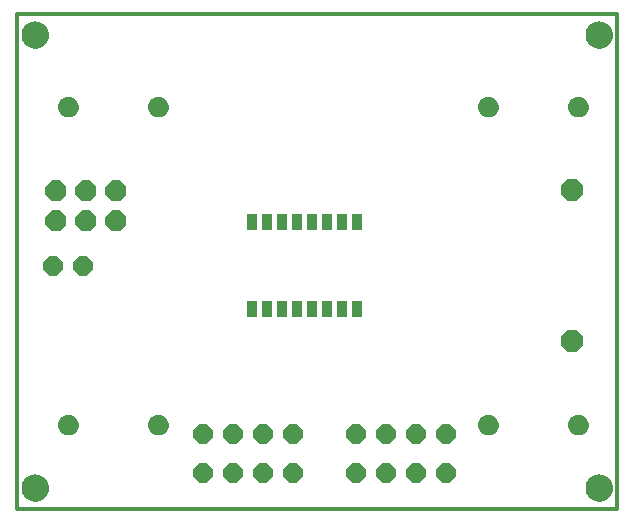
<source format=gbs>
G75*
%MOIN*%
%OFA0B0*%
%FSLAX25Y25*%
%IPPOS*%
%LPD*%
%AMOC8*
5,1,8,0,0,1.08239X$1,22.5*
%
%ADD10C,0.00000*%
%ADD11C,0.09061*%
%ADD12C,0.01200*%
%ADD13OC8,0.06400*%
%ADD14C,0.03500*%
%ADD15OC8,0.07000*%
%ADD16OC8,0.07400*%
%ADD17R,0.03400X0.05400*%
D10*
X0003469Y0008800D02*
X0003471Y0008931D01*
X0003477Y0009063D01*
X0003487Y0009194D01*
X0003501Y0009325D01*
X0003519Y0009455D01*
X0003541Y0009584D01*
X0003566Y0009713D01*
X0003596Y0009841D01*
X0003630Y0009968D01*
X0003667Y0010095D01*
X0003708Y0010219D01*
X0003753Y0010343D01*
X0003802Y0010465D01*
X0003854Y0010586D01*
X0003910Y0010704D01*
X0003970Y0010822D01*
X0004033Y0010937D01*
X0004100Y0011050D01*
X0004170Y0011162D01*
X0004243Y0011271D01*
X0004319Y0011377D01*
X0004399Y0011482D01*
X0004482Y0011584D01*
X0004568Y0011683D01*
X0004657Y0011780D01*
X0004749Y0011874D01*
X0004844Y0011965D01*
X0004941Y0012054D01*
X0005041Y0012139D01*
X0005144Y0012221D01*
X0005249Y0012300D01*
X0005356Y0012376D01*
X0005466Y0012448D01*
X0005578Y0012517D01*
X0005692Y0012583D01*
X0005807Y0012645D01*
X0005925Y0012704D01*
X0006044Y0012759D01*
X0006165Y0012811D01*
X0006288Y0012858D01*
X0006412Y0012902D01*
X0006537Y0012943D01*
X0006663Y0012979D01*
X0006791Y0013012D01*
X0006919Y0013040D01*
X0007048Y0013065D01*
X0007178Y0013086D01*
X0007308Y0013103D01*
X0007439Y0013116D01*
X0007570Y0013125D01*
X0007701Y0013130D01*
X0007833Y0013131D01*
X0007964Y0013128D01*
X0008096Y0013121D01*
X0008227Y0013110D01*
X0008357Y0013095D01*
X0008487Y0013076D01*
X0008617Y0013053D01*
X0008745Y0013027D01*
X0008873Y0012996D01*
X0009000Y0012961D01*
X0009126Y0012923D01*
X0009250Y0012881D01*
X0009374Y0012835D01*
X0009495Y0012785D01*
X0009615Y0012732D01*
X0009734Y0012675D01*
X0009851Y0012615D01*
X0009965Y0012551D01*
X0010078Y0012483D01*
X0010189Y0012412D01*
X0010298Y0012338D01*
X0010404Y0012261D01*
X0010508Y0012180D01*
X0010609Y0012097D01*
X0010708Y0012010D01*
X0010804Y0011920D01*
X0010897Y0011827D01*
X0010988Y0011732D01*
X0011075Y0011634D01*
X0011160Y0011533D01*
X0011241Y0011430D01*
X0011319Y0011324D01*
X0011394Y0011216D01*
X0011466Y0011106D01*
X0011534Y0010994D01*
X0011599Y0010880D01*
X0011660Y0010763D01*
X0011718Y0010645D01*
X0011772Y0010525D01*
X0011823Y0010404D01*
X0011870Y0010281D01*
X0011913Y0010157D01*
X0011952Y0010032D01*
X0011988Y0009905D01*
X0012019Y0009777D01*
X0012047Y0009649D01*
X0012071Y0009520D01*
X0012091Y0009390D01*
X0012107Y0009259D01*
X0012119Y0009128D01*
X0012127Y0008997D01*
X0012131Y0008866D01*
X0012131Y0008734D01*
X0012127Y0008603D01*
X0012119Y0008472D01*
X0012107Y0008341D01*
X0012091Y0008210D01*
X0012071Y0008080D01*
X0012047Y0007951D01*
X0012019Y0007823D01*
X0011988Y0007695D01*
X0011952Y0007568D01*
X0011913Y0007443D01*
X0011870Y0007319D01*
X0011823Y0007196D01*
X0011772Y0007075D01*
X0011718Y0006955D01*
X0011660Y0006837D01*
X0011599Y0006720D01*
X0011534Y0006606D01*
X0011466Y0006494D01*
X0011394Y0006384D01*
X0011319Y0006276D01*
X0011241Y0006170D01*
X0011160Y0006067D01*
X0011075Y0005966D01*
X0010988Y0005868D01*
X0010897Y0005773D01*
X0010804Y0005680D01*
X0010708Y0005590D01*
X0010609Y0005503D01*
X0010508Y0005420D01*
X0010404Y0005339D01*
X0010298Y0005262D01*
X0010189Y0005188D01*
X0010078Y0005117D01*
X0009966Y0005049D01*
X0009851Y0004985D01*
X0009734Y0004925D01*
X0009615Y0004868D01*
X0009495Y0004815D01*
X0009374Y0004765D01*
X0009250Y0004719D01*
X0009126Y0004677D01*
X0009000Y0004639D01*
X0008873Y0004604D01*
X0008745Y0004573D01*
X0008617Y0004547D01*
X0008487Y0004524D01*
X0008357Y0004505D01*
X0008227Y0004490D01*
X0008096Y0004479D01*
X0007964Y0004472D01*
X0007833Y0004469D01*
X0007701Y0004470D01*
X0007570Y0004475D01*
X0007439Y0004484D01*
X0007308Y0004497D01*
X0007178Y0004514D01*
X0007048Y0004535D01*
X0006919Y0004560D01*
X0006791Y0004588D01*
X0006663Y0004621D01*
X0006537Y0004657D01*
X0006412Y0004698D01*
X0006288Y0004742D01*
X0006165Y0004789D01*
X0006044Y0004841D01*
X0005925Y0004896D01*
X0005807Y0004955D01*
X0005692Y0005017D01*
X0005578Y0005083D01*
X0005466Y0005152D01*
X0005356Y0005224D01*
X0005249Y0005300D01*
X0005144Y0005379D01*
X0005041Y0005461D01*
X0004941Y0005546D01*
X0004844Y0005635D01*
X0004749Y0005726D01*
X0004657Y0005820D01*
X0004568Y0005917D01*
X0004482Y0006016D01*
X0004399Y0006118D01*
X0004319Y0006223D01*
X0004243Y0006329D01*
X0004170Y0006438D01*
X0004100Y0006550D01*
X0004033Y0006663D01*
X0003970Y0006778D01*
X0003910Y0006896D01*
X0003854Y0007014D01*
X0003802Y0007135D01*
X0003753Y0007257D01*
X0003708Y0007381D01*
X0003667Y0007505D01*
X0003630Y0007632D01*
X0003596Y0007759D01*
X0003566Y0007887D01*
X0003541Y0008016D01*
X0003519Y0008145D01*
X0003501Y0008275D01*
X0003487Y0008406D01*
X0003477Y0008537D01*
X0003471Y0008669D01*
X0003469Y0008800D01*
X0003469Y0159800D02*
X0003471Y0159931D01*
X0003477Y0160063D01*
X0003487Y0160194D01*
X0003501Y0160325D01*
X0003519Y0160455D01*
X0003541Y0160584D01*
X0003566Y0160713D01*
X0003596Y0160841D01*
X0003630Y0160968D01*
X0003667Y0161095D01*
X0003708Y0161219D01*
X0003753Y0161343D01*
X0003802Y0161465D01*
X0003854Y0161586D01*
X0003910Y0161704D01*
X0003970Y0161822D01*
X0004033Y0161937D01*
X0004100Y0162050D01*
X0004170Y0162162D01*
X0004243Y0162271D01*
X0004319Y0162377D01*
X0004399Y0162482D01*
X0004482Y0162584D01*
X0004568Y0162683D01*
X0004657Y0162780D01*
X0004749Y0162874D01*
X0004844Y0162965D01*
X0004941Y0163054D01*
X0005041Y0163139D01*
X0005144Y0163221D01*
X0005249Y0163300D01*
X0005356Y0163376D01*
X0005466Y0163448D01*
X0005578Y0163517D01*
X0005692Y0163583D01*
X0005807Y0163645D01*
X0005925Y0163704D01*
X0006044Y0163759D01*
X0006165Y0163811D01*
X0006288Y0163858D01*
X0006412Y0163902D01*
X0006537Y0163943D01*
X0006663Y0163979D01*
X0006791Y0164012D01*
X0006919Y0164040D01*
X0007048Y0164065D01*
X0007178Y0164086D01*
X0007308Y0164103D01*
X0007439Y0164116D01*
X0007570Y0164125D01*
X0007701Y0164130D01*
X0007833Y0164131D01*
X0007964Y0164128D01*
X0008096Y0164121D01*
X0008227Y0164110D01*
X0008357Y0164095D01*
X0008487Y0164076D01*
X0008617Y0164053D01*
X0008745Y0164027D01*
X0008873Y0163996D01*
X0009000Y0163961D01*
X0009126Y0163923D01*
X0009250Y0163881D01*
X0009374Y0163835D01*
X0009495Y0163785D01*
X0009615Y0163732D01*
X0009734Y0163675D01*
X0009851Y0163615D01*
X0009965Y0163551D01*
X0010078Y0163483D01*
X0010189Y0163412D01*
X0010298Y0163338D01*
X0010404Y0163261D01*
X0010508Y0163180D01*
X0010609Y0163097D01*
X0010708Y0163010D01*
X0010804Y0162920D01*
X0010897Y0162827D01*
X0010988Y0162732D01*
X0011075Y0162634D01*
X0011160Y0162533D01*
X0011241Y0162430D01*
X0011319Y0162324D01*
X0011394Y0162216D01*
X0011466Y0162106D01*
X0011534Y0161994D01*
X0011599Y0161880D01*
X0011660Y0161763D01*
X0011718Y0161645D01*
X0011772Y0161525D01*
X0011823Y0161404D01*
X0011870Y0161281D01*
X0011913Y0161157D01*
X0011952Y0161032D01*
X0011988Y0160905D01*
X0012019Y0160777D01*
X0012047Y0160649D01*
X0012071Y0160520D01*
X0012091Y0160390D01*
X0012107Y0160259D01*
X0012119Y0160128D01*
X0012127Y0159997D01*
X0012131Y0159866D01*
X0012131Y0159734D01*
X0012127Y0159603D01*
X0012119Y0159472D01*
X0012107Y0159341D01*
X0012091Y0159210D01*
X0012071Y0159080D01*
X0012047Y0158951D01*
X0012019Y0158823D01*
X0011988Y0158695D01*
X0011952Y0158568D01*
X0011913Y0158443D01*
X0011870Y0158319D01*
X0011823Y0158196D01*
X0011772Y0158075D01*
X0011718Y0157955D01*
X0011660Y0157837D01*
X0011599Y0157720D01*
X0011534Y0157606D01*
X0011466Y0157494D01*
X0011394Y0157384D01*
X0011319Y0157276D01*
X0011241Y0157170D01*
X0011160Y0157067D01*
X0011075Y0156966D01*
X0010988Y0156868D01*
X0010897Y0156773D01*
X0010804Y0156680D01*
X0010708Y0156590D01*
X0010609Y0156503D01*
X0010508Y0156420D01*
X0010404Y0156339D01*
X0010298Y0156262D01*
X0010189Y0156188D01*
X0010078Y0156117D01*
X0009966Y0156049D01*
X0009851Y0155985D01*
X0009734Y0155925D01*
X0009615Y0155868D01*
X0009495Y0155815D01*
X0009374Y0155765D01*
X0009250Y0155719D01*
X0009126Y0155677D01*
X0009000Y0155639D01*
X0008873Y0155604D01*
X0008745Y0155573D01*
X0008617Y0155547D01*
X0008487Y0155524D01*
X0008357Y0155505D01*
X0008227Y0155490D01*
X0008096Y0155479D01*
X0007964Y0155472D01*
X0007833Y0155469D01*
X0007701Y0155470D01*
X0007570Y0155475D01*
X0007439Y0155484D01*
X0007308Y0155497D01*
X0007178Y0155514D01*
X0007048Y0155535D01*
X0006919Y0155560D01*
X0006791Y0155588D01*
X0006663Y0155621D01*
X0006537Y0155657D01*
X0006412Y0155698D01*
X0006288Y0155742D01*
X0006165Y0155789D01*
X0006044Y0155841D01*
X0005925Y0155896D01*
X0005807Y0155955D01*
X0005692Y0156017D01*
X0005578Y0156083D01*
X0005466Y0156152D01*
X0005356Y0156224D01*
X0005249Y0156300D01*
X0005144Y0156379D01*
X0005041Y0156461D01*
X0004941Y0156546D01*
X0004844Y0156635D01*
X0004749Y0156726D01*
X0004657Y0156820D01*
X0004568Y0156917D01*
X0004482Y0157016D01*
X0004399Y0157118D01*
X0004319Y0157223D01*
X0004243Y0157329D01*
X0004170Y0157438D01*
X0004100Y0157550D01*
X0004033Y0157663D01*
X0003970Y0157778D01*
X0003910Y0157896D01*
X0003854Y0158014D01*
X0003802Y0158135D01*
X0003753Y0158257D01*
X0003708Y0158381D01*
X0003667Y0158505D01*
X0003630Y0158632D01*
X0003596Y0158759D01*
X0003566Y0158887D01*
X0003541Y0159016D01*
X0003519Y0159145D01*
X0003501Y0159275D01*
X0003487Y0159406D01*
X0003477Y0159537D01*
X0003471Y0159669D01*
X0003469Y0159800D01*
X0191469Y0159800D02*
X0191471Y0159931D01*
X0191477Y0160063D01*
X0191487Y0160194D01*
X0191501Y0160325D01*
X0191519Y0160455D01*
X0191541Y0160584D01*
X0191566Y0160713D01*
X0191596Y0160841D01*
X0191630Y0160968D01*
X0191667Y0161095D01*
X0191708Y0161219D01*
X0191753Y0161343D01*
X0191802Y0161465D01*
X0191854Y0161586D01*
X0191910Y0161704D01*
X0191970Y0161822D01*
X0192033Y0161937D01*
X0192100Y0162050D01*
X0192170Y0162162D01*
X0192243Y0162271D01*
X0192319Y0162377D01*
X0192399Y0162482D01*
X0192482Y0162584D01*
X0192568Y0162683D01*
X0192657Y0162780D01*
X0192749Y0162874D01*
X0192844Y0162965D01*
X0192941Y0163054D01*
X0193041Y0163139D01*
X0193144Y0163221D01*
X0193249Y0163300D01*
X0193356Y0163376D01*
X0193466Y0163448D01*
X0193578Y0163517D01*
X0193692Y0163583D01*
X0193807Y0163645D01*
X0193925Y0163704D01*
X0194044Y0163759D01*
X0194165Y0163811D01*
X0194288Y0163858D01*
X0194412Y0163902D01*
X0194537Y0163943D01*
X0194663Y0163979D01*
X0194791Y0164012D01*
X0194919Y0164040D01*
X0195048Y0164065D01*
X0195178Y0164086D01*
X0195308Y0164103D01*
X0195439Y0164116D01*
X0195570Y0164125D01*
X0195701Y0164130D01*
X0195833Y0164131D01*
X0195964Y0164128D01*
X0196096Y0164121D01*
X0196227Y0164110D01*
X0196357Y0164095D01*
X0196487Y0164076D01*
X0196617Y0164053D01*
X0196745Y0164027D01*
X0196873Y0163996D01*
X0197000Y0163961D01*
X0197126Y0163923D01*
X0197250Y0163881D01*
X0197374Y0163835D01*
X0197495Y0163785D01*
X0197615Y0163732D01*
X0197734Y0163675D01*
X0197851Y0163615D01*
X0197965Y0163551D01*
X0198078Y0163483D01*
X0198189Y0163412D01*
X0198298Y0163338D01*
X0198404Y0163261D01*
X0198508Y0163180D01*
X0198609Y0163097D01*
X0198708Y0163010D01*
X0198804Y0162920D01*
X0198897Y0162827D01*
X0198988Y0162732D01*
X0199075Y0162634D01*
X0199160Y0162533D01*
X0199241Y0162430D01*
X0199319Y0162324D01*
X0199394Y0162216D01*
X0199466Y0162106D01*
X0199534Y0161994D01*
X0199599Y0161880D01*
X0199660Y0161763D01*
X0199718Y0161645D01*
X0199772Y0161525D01*
X0199823Y0161404D01*
X0199870Y0161281D01*
X0199913Y0161157D01*
X0199952Y0161032D01*
X0199988Y0160905D01*
X0200019Y0160777D01*
X0200047Y0160649D01*
X0200071Y0160520D01*
X0200091Y0160390D01*
X0200107Y0160259D01*
X0200119Y0160128D01*
X0200127Y0159997D01*
X0200131Y0159866D01*
X0200131Y0159734D01*
X0200127Y0159603D01*
X0200119Y0159472D01*
X0200107Y0159341D01*
X0200091Y0159210D01*
X0200071Y0159080D01*
X0200047Y0158951D01*
X0200019Y0158823D01*
X0199988Y0158695D01*
X0199952Y0158568D01*
X0199913Y0158443D01*
X0199870Y0158319D01*
X0199823Y0158196D01*
X0199772Y0158075D01*
X0199718Y0157955D01*
X0199660Y0157837D01*
X0199599Y0157720D01*
X0199534Y0157606D01*
X0199466Y0157494D01*
X0199394Y0157384D01*
X0199319Y0157276D01*
X0199241Y0157170D01*
X0199160Y0157067D01*
X0199075Y0156966D01*
X0198988Y0156868D01*
X0198897Y0156773D01*
X0198804Y0156680D01*
X0198708Y0156590D01*
X0198609Y0156503D01*
X0198508Y0156420D01*
X0198404Y0156339D01*
X0198298Y0156262D01*
X0198189Y0156188D01*
X0198078Y0156117D01*
X0197966Y0156049D01*
X0197851Y0155985D01*
X0197734Y0155925D01*
X0197615Y0155868D01*
X0197495Y0155815D01*
X0197374Y0155765D01*
X0197250Y0155719D01*
X0197126Y0155677D01*
X0197000Y0155639D01*
X0196873Y0155604D01*
X0196745Y0155573D01*
X0196617Y0155547D01*
X0196487Y0155524D01*
X0196357Y0155505D01*
X0196227Y0155490D01*
X0196096Y0155479D01*
X0195964Y0155472D01*
X0195833Y0155469D01*
X0195701Y0155470D01*
X0195570Y0155475D01*
X0195439Y0155484D01*
X0195308Y0155497D01*
X0195178Y0155514D01*
X0195048Y0155535D01*
X0194919Y0155560D01*
X0194791Y0155588D01*
X0194663Y0155621D01*
X0194537Y0155657D01*
X0194412Y0155698D01*
X0194288Y0155742D01*
X0194165Y0155789D01*
X0194044Y0155841D01*
X0193925Y0155896D01*
X0193807Y0155955D01*
X0193692Y0156017D01*
X0193578Y0156083D01*
X0193466Y0156152D01*
X0193356Y0156224D01*
X0193249Y0156300D01*
X0193144Y0156379D01*
X0193041Y0156461D01*
X0192941Y0156546D01*
X0192844Y0156635D01*
X0192749Y0156726D01*
X0192657Y0156820D01*
X0192568Y0156917D01*
X0192482Y0157016D01*
X0192399Y0157118D01*
X0192319Y0157223D01*
X0192243Y0157329D01*
X0192170Y0157438D01*
X0192100Y0157550D01*
X0192033Y0157663D01*
X0191970Y0157778D01*
X0191910Y0157896D01*
X0191854Y0158014D01*
X0191802Y0158135D01*
X0191753Y0158257D01*
X0191708Y0158381D01*
X0191667Y0158505D01*
X0191630Y0158632D01*
X0191596Y0158759D01*
X0191566Y0158887D01*
X0191541Y0159016D01*
X0191519Y0159145D01*
X0191501Y0159275D01*
X0191487Y0159406D01*
X0191477Y0159537D01*
X0191471Y0159669D01*
X0191469Y0159800D01*
X0191469Y0008800D02*
X0191471Y0008931D01*
X0191477Y0009063D01*
X0191487Y0009194D01*
X0191501Y0009325D01*
X0191519Y0009455D01*
X0191541Y0009584D01*
X0191566Y0009713D01*
X0191596Y0009841D01*
X0191630Y0009968D01*
X0191667Y0010095D01*
X0191708Y0010219D01*
X0191753Y0010343D01*
X0191802Y0010465D01*
X0191854Y0010586D01*
X0191910Y0010704D01*
X0191970Y0010822D01*
X0192033Y0010937D01*
X0192100Y0011050D01*
X0192170Y0011162D01*
X0192243Y0011271D01*
X0192319Y0011377D01*
X0192399Y0011482D01*
X0192482Y0011584D01*
X0192568Y0011683D01*
X0192657Y0011780D01*
X0192749Y0011874D01*
X0192844Y0011965D01*
X0192941Y0012054D01*
X0193041Y0012139D01*
X0193144Y0012221D01*
X0193249Y0012300D01*
X0193356Y0012376D01*
X0193466Y0012448D01*
X0193578Y0012517D01*
X0193692Y0012583D01*
X0193807Y0012645D01*
X0193925Y0012704D01*
X0194044Y0012759D01*
X0194165Y0012811D01*
X0194288Y0012858D01*
X0194412Y0012902D01*
X0194537Y0012943D01*
X0194663Y0012979D01*
X0194791Y0013012D01*
X0194919Y0013040D01*
X0195048Y0013065D01*
X0195178Y0013086D01*
X0195308Y0013103D01*
X0195439Y0013116D01*
X0195570Y0013125D01*
X0195701Y0013130D01*
X0195833Y0013131D01*
X0195964Y0013128D01*
X0196096Y0013121D01*
X0196227Y0013110D01*
X0196357Y0013095D01*
X0196487Y0013076D01*
X0196617Y0013053D01*
X0196745Y0013027D01*
X0196873Y0012996D01*
X0197000Y0012961D01*
X0197126Y0012923D01*
X0197250Y0012881D01*
X0197374Y0012835D01*
X0197495Y0012785D01*
X0197615Y0012732D01*
X0197734Y0012675D01*
X0197851Y0012615D01*
X0197965Y0012551D01*
X0198078Y0012483D01*
X0198189Y0012412D01*
X0198298Y0012338D01*
X0198404Y0012261D01*
X0198508Y0012180D01*
X0198609Y0012097D01*
X0198708Y0012010D01*
X0198804Y0011920D01*
X0198897Y0011827D01*
X0198988Y0011732D01*
X0199075Y0011634D01*
X0199160Y0011533D01*
X0199241Y0011430D01*
X0199319Y0011324D01*
X0199394Y0011216D01*
X0199466Y0011106D01*
X0199534Y0010994D01*
X0199599Y0010880D01*
X0199660Y0010763D01*
X0199718Y0010645D01*
X0199772Y0010525D01*
X0199823Y0010404D01*
X0199870Y0010281D01*
X0199913Y0010157D01*
X0199952Y0010032D01*
X0199988Y0009905D01*
X0200019Y0009777D01*
X0200047Y0009649D01*
X0200071Y0009520D01*
X0200091Y0009390D01*
X0200107Y0009259D01*
X0200119Y0009128D01*
X0200127Y0008997D01*
X0200131Y0008866D01*
X0200131Y0008734D01*
X0200127Y0008603D01*
X0200119Y0008472D01*
X0200107Y0008341D01*
X0200091Y0008210D01*
X0200071Y0008080D01*
X0200047Y0007951D01*
X0200019Y0007823D01*
X0199988Y0007695D01*
X0199952Y0007568D01*
X0199913Y0007443D01*
X0199870Y0007319D01*
X0199823Y0007196D01*
X0199772Y0007075D01*
X0199718Y0006955D01*
X0199660Y0006837D01*
X0199599Y0006720D01*
X0199534Y0006606D01*
X0199466Y0006494D01*
X0199394Y0006384D01*
X0199319Y0006276D01*
X0199241Y0006170D01*
X0199160Y0006067D01*
X0199075Y0005966D01*
X0198988Y0005868D01*
X0198897Y0005773D01*
X0198804Y0005680D01*
X0198708Y0005590D01*
X0198609Y0005503D01*
X0198508Y0005420D01*
X0198404Y0005339D01*
X0198298Y0005262D01*
X0198189Y0005188D01*
X0198078Y0005117D01*
X0197966Y0005049D01*
X0197851Y0004985D01*
X0197734Y0004925D01*
X0197615Y0004868D01*
X0197495Y0004815D01*
X0197374Y0004765D01*
X0197250Y0004719D01*
X0197126Y0004677D01*
X0197000Y0004639D01*
X0196873Y0004604D01*
X0196745Y0004573D01*
X0196617Y0004547D01*
X0196487Y0004524D01*
X0196357Y0004505D01*
X0196227Y0004490D01*
X0196096Y0004479D01*
X0195964Y0004472D01*
X0195833Y0004469D01*
X0195701Y0004470D01*
X0195570Y0004475D01*
X0195439Y0004484D01*
X0195308Y0004497D01*
X0195178Y0004514D01*
X0195048Y0004535D01*
X0194919Y0004560D01*
X0194791Y0004588D01*
X0194663Y0004621D01*
X0194537Y0004657D01*
X0194412Y0004698D01*
X0194288Y0004742D01*
X0194165Y0004789D01*
X0194044Y0004841D01*
X0193925Y0004896D01*
X0193807Y0004955D01*
X0193692Y0005017D01*
X0193578Y0005083D01*
X0193466Y0005152D01*
X0193356Y0005224D01*
X0193249Y0005300D01*
X0193144Y0005379D01*
X0193041Y0005461D01*
X0192941Y0005546D01*
X0192844Y0005635D01*
X0192749Y0005726D01*
X0192657Y0005820D01*
X0192568Y0005917D01*
X0192482Y0006016D01*
X0192399Y0006118D01*
X0192319Y0006223D01*
X0192243Y0006329D01*
X0192170Y0006438D01*
X0192100Y0006550D01*
X0192033Y0006663D01*
X0191970Y0006778D01*
X0191910Y0006896D01*
X0191854Y0007014D01*
X0191802Y0007135D01*
X0191753Y0007257D01*
X0191708Y0007381D01*
X0191667Y0007505D01*
X0191630Y0007632D01*
X0191596Y0007759D01*
X0191566Y0007887D01*
X0191541Y0008016D01*
X0191519Y0008145D01*
X0191501Y0008275D01*
X0191487Y0008406D01*
X0191477Y0008537D01*
X0191471Y0008669D01*
X0191469Y0008800D01*
D11*
X0195800Y0008800D03*
X0195800Y0159800D03*
X0007800Y0159800D03*
X0007800Y0008800D03*
D12*
X0001800Y0001800D02*
X0001800Y0166800D01*
X0201800Y0166800D01*
X0201800Y0001800D01*
X0001800Y0001800D01*
D13*
X0063800Y0013800D03*
X0073800Y0013800D03*
X0083800Y0013800D03*
X0093800Y0013800D03*
X0093800Y0026800D03*
X0083800Y0026800D03*
X0073800Y0026800D03*
X0063800Y0026800D03*
X0114800Y0026800D03*
X0124800Y0026800D03*
X0134800Y0026800D03*
X0144800Y0026800D03*
X0144800Y0013800D03*
X0134800Y0013800D03*
X0124800Y0013800D03*
X0114800Y0013800D03*
X0023800Y0082800D03*
X0013800Y0082800D03*
D14*
X0017219Y0135800D02*
X0017221Y0135879D01*
X0017227Y0135959D01*
X0017237Y0136038D01*
X0017251Y0136116D01*
X0017269Y0136193D01*
X0017290Y0136270D01*
X0017316Y0136345D01*
X0017345Y0136419D01*
X0017378Y0136491D01*
X0017415Y0136562D01*
X0017455Y0136630D01*
X0017498Y0136697D01*
X0017545Y0136761D01*
X0017595Y0136823D01*
X0017648Y0136882D01*
X0017703Y0136939D01*
X0017762Y0136992D01*
X0017823Y0137043D01*
X0017887Y0137091D01*
X0017953Y0137135D01*
X0018021Y0137176D01*
X0018091Y0137213D01*
X0018163Y0137247D01*
X0018237Y0137277D01*
X0018311Y0137304D01*
X0018388Y0137326D01*
X0018465Y0137345D01*
X0018543Y0137360D01*
X0018622Y0137371D01*
X0018701Y0137378D01*
X0018780Y0137381D01*
X0018860Y0137380D01*
X0018939Y0137375D01*
X0019018Y0137366D01*
X0019096Y0137353D01*
X0019174Y0137336D01*
X0019251Y0137315D01*
X0019326Y0137291D01*
X0019400Y0137263D01*
X0019473Y0137231D01*
X0019544Y0137195D01*
X0019613Y0137156D01*
X0019680Y0137113D01*
X0019745Y0137067D01*
X0019808Y0137018D01*
X0019868Y0136966D01*
X0019925Y0136911D01*
X0019979Y0136853D01*
X0020031Y0136792D01*
X0020079Y0136729D01*
X0020124Y0136664D01*
X0020166Y0136596D01*
X0020204Y0136527D01*
X0020239Y0136455D01*
X0020270Y0136382D01*
X0020297Y0136307D01*
X0020321Y0136232D01*
X0020341Y0136155D01*
X0020357Y0136077D01*
X0020369Y0135998D01*
X0020377Y0135919D01*
X0020381Y0135840D01*
X0020381Y0135760D01*
X0020377Y0135681D01*
X0020369Y0135602D01*
X0020357Y0135523D01*
X0020341Y0135445D01*
X0020321Y0135368D01*
X0020297Y0135293D01*
X0020270Y0135218D01*
X0020239Y0135145D01*
X0020204Y0135073D01*
X0020166Y0135004D01*
X0020124Y0134936D01*
X0020079Y0134871D01*
X0020031Y0134808D01*
X0019979Y0134747D01*
X0019925Y0134689D01*
X0019868Y0134634D01*
X0019808Y0134582D01*
X0019745Y0134533D01*
X0019680Y0134487D01*
X0019613Y0134444D01*
X0019544Y0134405D01*
X0019473Y0134369D01*
X0019400Y0134337D01*
X0019326Y0134309D01*
X0019251Y0134285D01*
X0019174Y0134264D01*
X0019096Y0134247D01*
X0019018Y0134234D01*
X0018939Y0134225D01*
X0018860Y0134220D01*
X0018780Y0134219D01*
X0018701Y0134222D01*
X0018622Y0134229D01*
X0018543Y0134240D01*
X0018465Y0134255D01*
X0018388Y0134274D01*
X0018311Y0134296D01*
X0018237Y0134323D01*
X0018163Y0134353D01*
X0018091Y0134387D01*
X0018021Y0134424D01*
X0017953Y0134465D01*
X0017887Y0134509D01*
X0017823Y0134557D01*
X0017762Y0134608D01*
X0017703Y0134661D01*
X0017648Y0134718D01*
X0017595Y0134777D01*
X0017545Y0134839D01*
X0017498Y0134903D01*
X0017455Y0134970D01*
X0017415Y0135038D01*
X0017378Y0135109D01*
X0017345Y0135181D01*
X0017316Y0135255D01*
X0017290Y0135330D01*
X0017269Y0135407D01*
X0017251Y0135484D01*
X0017237Y0135562D01*
X0017227Y0135641D01*
X0017221Y0135721D01*
X0017219Y0135800D01*
X0047219Y0135800D02*
X0047221Y0135879D01*
X0047227Y0135959D01*
X0047237Y0136038D01*
X0047251Y0136116D01*
X0047269Y0136193D01*
X0047290Y0136270D01*
X0047316Y0136345D01*
X0047345Y0136419D01*
X0047378Y0136491D01*
X0047415Y0136562D01*
X0047455Y0136630D01*
X0047498Y0136697D01*
X0047545Y0136761D01*
X0047595Y0136823D01*
X0047648Y0136882D01*
X0047703Y0136939D01*
X0047762Y0136992D01*
X0047823Y0137043D01*
X0047887Y0137091D01*
X0047953Y0137135D01*
X0048021Y0137176D01*
X0048091Y0137213D01*
X0048163Y0137247D01*
X0048237Y0137277D01*
X0048311Y0137304D01*
X0048388Y0137326D01*
X0048465Y0137345D01*
X0048543Y0137360D01*
X0048622Y0137371D01*
X0048701Y0137378D01*
X0048780Y0137381D01*
X0048860Y0137380D01*
X0048939Y0137375D01*
X0049018Y0137366D01*
X0049096Y0137353D01*
X0049174Y0137336D01*
X0049251Y0137315D01*
X0049326Y0137291D01*
X0049400Y0137263D01*
X0049473Y0137231D01*
X0049544Y0137195D01*
X0049613Y0137156D01*
X0049680Y0137113D01*
X0049745Y0137067D01*
X0049808Y0137018D01*
X0049868Y0136966D01*
X0049925Y0136911D01*
X0049979Y0136853D01*
X0050031Y0136792D01*
X0050079Y0136729D01*
X0050124Y0136664D01*
X0050166Y0136596D01*
X0050204Y0136527D01*
X0050239Y0136455D01*
X0050270Y0136382D01*
X0050297Y0136307D01*
X0050321Y0136232D01*
X0050341Y0136155D01*
X0050357Y0136077D01*
X0050369Y0135998D01*
X0050377Y0135919D01*
X0050381Y0135840D01*
X0050381Y0135760D01*
X0050377Y0135681D01*
X0050369Y0135602D01*
X0050357Y0135523D01*
X0050341Y0135445D01*
X0050321Y0135368D01*
X0050297Y0135293D01*
X0050270Y0135218D01*
X0050239Y0135145D01*
X0050204Y0135073D01*
X0050166Y0135004D01*
X0050124Y0134936D01*
X0050079Y0134871D01*
X0050031Y0134808D01*
X0049979Y0134747D01*
X0049925Y0134689D01*
X0049868Y0134634D01*
X0049808Y0134582D01*
X0049745Y0134533D01*
X0049680Y0134487D01*
X0049613Y0134444D01*
X0049544Y0134405D01*
X0049473Y0134369D01*
X0049400Y0134337D01*
X0049326Y0134309D01*
X0049251Y0134285D01*
X0049174Y0134264D01*
X0049096Y0134247D01*
X0049018Y0134234D01*
X0048939Y0134225D01*
X0048860Y0134220D01*
X0048780Y0134219D01*
X0048701Y0134222D01*
X0048622Y0134229D01*
X0048543Y0134240D01*
X0048465Y0134255D01*
X0048388Y0134274D01*
X0048311Y0134296D01*
X0048237Y0134323D01*
X0048163Y0134353D01*
X0048091Y0134387D01*
X0048021Y0134424D01*
X0047953Y0134465D01*
X0047887Y0134509D01*
X0047823Y0134557D01*
X0047762Y0134608D01*
X0047703Y0134661D01*
X0047648Y0134718D01*
X0047595Y0134777D01*
X0047545Y0134839D01*
X0047498Y0134903D01*
X0047455Y0134970D01*
X0047415Y0135038D01*
X0047378Y0135109D01*
X0047345Y0135181D01*
X0047316Y0135255D01*
X0047290Y0135330D01*
X0047269Y0135407D01*
X0047251Y0135484D01*
X0047237Y0135562D01*
X0047227Y0135641D01*
X0047221Y0135721D01*
X0047219Y0135800D01*
X0157219Y0135800D02*
X0157221Y0135879D01*
X0157227Y0135959D01*
X0157237Y0136038D01*
X0157251Y0136116D01*
X0157269Y0136193D01*
X0157290Y0136270D01*
X0157316Y0136345D01*
X0157345Y0136419D01*
X0157378Y0136491D01*
X0157415Y0136562D01*
X0157455Y0136630D01*
X0157498Y0136697D01*
X0157545Y0136761D01*
X0157595Y0136823D01*
X0157648Y0136882D01*
X0157703Y0136939D01*
X0157762Y0136992D01*
X0157823Y0137043D01*
X0157887Y0137091D01*
X0157953Y0137135D01*
X0158021Y0137176D01*
X0158091Y0137213D01*
X0158163Y0137247D01*
X0158237Y0137277D01*
X0158311Y0137304D01*
X0158388Y0137326D01*
X0158465Y0137345D01*
X0158543Y0137360D01*
X0158622Y0137371D01*
X0158701Y0137378D01*
X0158780Y0137381D01*
X0158860Y0137380D01*
X0158939Y0137375D01*
X0159018Y0137366D01*
X0159096Y0137353D01*
X0159174Y0137336D01*
X0159251Y0137315D01*
X0159326Y0137291D01*
X0159400Y0137263D01*
X0159473Y0137231D01*
X0159544Y0137195D01*
X0159613Y0137156D01*
X0159680Y0137113D01*
X0159745Y0137067D01*
X0159808Y0137018D01*
X0159868Y0136966D01*
X0159925Y0136911D01*
X0159979Y0136853D01*
X0160031Y0136792D01*
X0160079Y0136729D01*
X0160124Y0136664D01*
X0160166Y0136596D01*
X0160204Y0136527D01*
X0160239Y0136455D01*
X0160270Y0136382D01*
X0160297Y0136307D01*
X0160321Y0136232D01*
X0160341Y0136155D01*
X0160357Y0136077D01*
X0160369Y0135998D01*
X0160377Y0135919D01*
X0160381Y0135840D01*
X0160381Y0135760D01*
X0160377Y0135681D01*
X0160369Y0135602D01*
X0160357Y0135523D01*
X0160341Y0135445D01*
X0160321Y0135368D01*
X0160297Y0135293D01*
X0160270Y0135218D01*
X0160239Y0135145D01*
X0160204Y0135073D01*
X0160166Y0135004D01*
X0160124Y0134936D01*
X0160079Y0134871D01*
X0160031Y0134808D01*
X0159979Y0134747D01*
X0159925Y0134689D01*
X0159868Y0134634D01*
X0159808Y0134582D01*
X0159745Y0134533D01*
X0159680Y0134487D01*
X0159613Y0134444D01*
X0159544Y0134405D01*
X0159473Y0134369D01*
X0159400Y0134337D01*
X0159326Y0134309D01*
X0159251Y0134285D01*
X0159174Y0134264D01*
X0159096Y0134247D01*
X0159018Y0134234D01*
X0158939Y0134225D01*
X0158860Y0134220D01*
X0158780Y0134219D01*
X0158701Y0134222D01*
X0158622Y0134229D01*
X0158543Y0134240D01*
X0158465Y0134255D01*
X0158388Y0134274D01*
X0158311Y0134296D01*
X0158237Y0134323D01*
X0158163Y0134353D01*
X0158091Y0134387D01*
X0158021Y0134424D01*
X0157953Y0134465D01*
X0157887Y0134509D01*
X0157823Y0134557D01*
X0157762Y0134608D01*
X0157703Y0134661D01*
X0157648Y0134718D01*
X0157595Y0134777D01*
X0157545Y0134839D01*
X0157498Y0134903D01*
X0157455Y0134970D01*
X0157415Y0135038D01*
X0157378Y0135109D01*
X0157345Y0135181D01*
X0157316Y0135255D01*
X0157290Y0135330D01*
X0157269Y0135407D01*
X0157251Y0135484D01*
X0157237Y0135562D01*
X0157227Y0135641D01*
X0157221Y0135721D01*
X0157219Y0135800D01*
X0187219Y0135800D02*
X0187221Y0135879D01*
X0187227Y0135959D01*
X0187237Y0136038D01*
X0187251Y0136116D01*
X0187269Y0136193D01*
X0187290Y0136270D01*
X0187316Y0136345D01*
X0187345Y0136419D01*
X0187378Y0136491D01*
X0187415Y0136562D01*
X0187455Y0136630D01*
X0187498Y0136697D01*
X0187545Y0136761D01*
X0187595Y0136823D01*
X0187648Y0136882D01*
X0187703Y0136939D01*
X0187762Y0136992D01*
X0187823Y0137043D01*
X0187887Y0137091D01*
X0187953Y0137135D01*
X0188021Y0137176D01*
X0188091Y0137213D01*
X0188163Y0137247D01*
X0188237Y0137277D01*
X0188311Y0137304D01*
X0188388Y0137326D01*
X0188465Y0137345D01*
X0188543Y0137360D01*
X0188622Y0137371D01*
X0188701Y0137378D01*
X0188780Y0137381D01*
X0188860Y0137380D01*
X0188939Y0137375D01*
X0189018Y0137366D01*
X0189096Y0137353D01*
X0189174Y0137336D01*
X0189251Y0137315D01*
X0189326Y0137291D01*
X0189400Y0137263D01*
X0189473Y0137231D01*
X0189544Y0137195D01*
X0189613Y0137156D01*
X0189680Y0137113D01*
X0189745Y0137067D01*
X0189808Y0137018D01*
X0189868Y0136966D01*
X0189925Y0136911D01*
X0189979Y0136853D01*
X0190031Y0136792D01*
X0190079Y0136729D01*
X0190124Y0136664D01*
X0190166Y0136596D01*
X0190204Y0136527D01*
X0190239Y0136455D01*
X0190270Y0136382D01*
X0190297Y0136307D01*
X0190321Y0136232D01*
X0190341Y0136155D01*
X0190357Y0136077D01*
X0190369Y0135998D01*
X0190377Y0135919D01*
X0190381Y0135840D01*
X0190381Y0135760D01*
X0190377Y0135681D01*
X0190369Y0135602D01*
X0190357Y0135523D01*
X0190341Y0135445D01*
X0190321Y0135368D01*
X0190297Y0135293D01*
X0190270Y0135218D01*
X0190239Y0135145D01*
X0190204Y0135073D01*
X0190166Y0135004D01*
X0190124Y0134936D01*
X0190079Y0134871D01*
X0190031Y0134808D01*
X0189979Y0134747D01*
X0189925Y0134689D01*
X0189868Y0134634D01*
X0189808Y0134582D01*
X0189745Y0134533D01*
X0189680Y0134487D01*
X0189613Y0134444D01*
X0189544Y0134405D01*
X0189473Y0134369D01*
X0189400Y0134337D01*
X0189326Y0134309D01*
X0189251Y0134285D01*
X0189174Y0134264D01*
X0189096Y0134247D01*
X0189018Y0134234D01*
X0188939Y0134225D01*
X0188860Y0134220D01*
X0188780Y0134219D01*
X0188701Y0134222D01*
X0188622Y0134229D01*
X0188543Y0134240D01*
X0188465Y0134255D01*
X0188388Y0134274D01*
X0188311Y0134296D01*
X0188237Y0134323D01*
X0188163Y0134353D01*
X0188091Y0134387D01*
X0188021Y0134424D01*
X0187953Y0134465D01*
X0187887Y0134509D01*
X0187823Y0134557D01*
X0187762Y0134608D01*
X0187703Y0134661D01*
X0187648Y0134718D01*
X0187595Y0134777D01*
X0187545Y0134839D01*
X0187498Y0134903D01*
X0187455Y0134970D01*
X0187415Y0135038D01*
X0187378Y0135109D01*
X0187345Y0135181D01*
X0187316Y0135255D01*
X0187290Y0135330D01*
X0187269Y0135407D01*
X0187251Y0135484D01*
X0187237Y0135562D01*
X0187227Y0135641D01*
X0187221Y0135721D01*
X0187219Y0135800D01*
X0187219Y0029800D02*
X0187221Y0029879D01*
X0187227Y0029959D01*
X0187237Y0030038D01*
X0187251Y0030116D01*
X0187269Y0030193D01*
X0187290Y0030270D01*
X0187316Y0030345D01*
X0187345Y0030419D01*
X0187378Y0030491D01*
X0187415Y0030562D01*
X0187455Y0030630D01*
X0187498Y0030697D01*
X0187545Y0030761D01*
X0187595Y0030823D01*
X0187648Y0030882D01*
X0187703Y0030939D01*
X0187762Y0030992D01*
X0187823Y0031043D01*
X0187887Y0031091D01*
X0187953Y0031135D01*
X0188021Y0031176D01*
X0188091Y0031213D01*
X0188163Y0031247D01*
X0188237Y0031277D01*
X0188311Y0031304D01*
X0188388Y0031326D01*
X0188465Y0031345D01*
X0188543Y0031360D01*
X0188622Y0031371D01*
X0188701Y0031378D01*
X0188780Y0031381D01*
X0188860Y0031380D01*
X0188939Y0031375D01*
X0189018Y0031366D01*
X0189096Y0031353D01*
X0189174Y0031336D01*
X0189251Y0031315D01*
X0189326Y0031291D01*
X0189400Y0031263D01*
X0189473Y0031231D01*
X0189544Y0031195D01*
X0189613Y0031156D01*
X0189680Y0031113D01*
X0189745Y0031067D01*
X0189808Y0031018D01*
X0189868Y0030966D01*
X0189925Y0030911D01*
X0189979Y0030853D01*
X0190031Y0030792D01*
X0190079Y0030729D01*
X0190124Y0030664D01*
X0190166Y0030596D01*
X0190204Y0030527D01*
X0190239Y0030455D01*
X0190270Y0030382D01*
X0190297Y0030307D01*
X0190321Y0030232D01*
X0190341Y0030155D01*
X0190357Y0030077D01*
X0190369Y0029998D01*
X0190377Y0029919D01*
X0190381Y0029840D01*
X0190381Y0029760D01*
X0190377Y0029681D01*
X0190369Y0029602D01*
X0190357Y0029523D01*
X0190341Y0029445D01*
X0190321Y0029368D01*
X0190297Y0029293D01*
X0190270Y0029218D01*
X0190239Y0029145D01*
X0190204Y0029073D01*
X0190166Y0029004D01*
X0190124Y0028936D01*
X0190079Y0028871D01*
X0190031Y0028808D01*
X0189979Y0028747D01*
X0189925Y0028689D01*
X0189868Y0028634D01*
X0189808Y0028582D01*
X0189745Y0028533D01*
X0189680Y0028487D01*
X0189613Y0028444D01*
X0189544Y0028405D01*
X0189473Y0028369D01*
X0189400Y0028337D01*
X0189326Y0028309D01*
X0189251Y0028285D01*
X0189174Y0028264D01*
X0189096Y0028247D01*
X0189018Y0028234D01*
X0188939Y0028225D01*
X0188860Y0028220D01*
X0188780Y0028219D01*
X0188701Y0028222D01*
X0188622Y0028229D01*
X0188543Y0028240D01*
X0188465Y0028255D01*
X0188388Y0028274D01*
X0188311Y0028296D01*
X0188237Y0028323D01*
X0188163Y0028353D01*
X0188091Y0028387D01*
X0188021Y0028424D01*
X0187953Y0028465D01*
X0187887Y0028509D01*
X0187823Y0028557D01*
X0187762Y0028608D01*
X0187703Y0028661D01*
X0187648Y0028718D01*
X0187595Y0028777D01*
X0187545Y0028839D01*
X0187498Y0028903D01*
X0187455Y0028970D01*
X0187415Y0029038D01*
X0187378Y0029109D01*
X0187345Y0029181D01*
X0187316Y0029255D01*
X0187290Y0029330D01*
X0187269Y0029407D01*
X0187251Y0029484D01*
X0187237Y0029562D01*
X0187227Y0029641D01*
X0187221Y0029721D01*
X0187219Y0029800D01*
X0157219Y0029800D02*
X0157221Y0029879D01*
X0157227Y0029959D01*
X0157237Y0030038D01*
X0157251Y0030116D01*
X0157269Y0030193D01*
X0157290Y0030270D01*
X0157316Y0030345D01*
X0157345Y0030419D01*
X0157378Y0030491D01*
X0157415Y0030562D01*
X0157455Y0030630D01*
X0157498Y0030697D01*
X0157545Y0030761D01*
X0157595Y0030823D01*
X0157648Y0030882D01*
X0157703Y0030939D01*
X0157762Y0030992D01*
X0157823Y0031043D01*
X0157887Y0031091D01*
X0157953Y0031135D01*
X0158021Y0031176D01*
X0158091Y0031213D01*
X0158163Y0031247D01*
X0158237Y0031277D01*
X0158311Y0031304D01*
X0158388Y0031326D01*
X0158465Y0031345D01*
X0158543Y0031360D01*
X0158622Y0031371D01*
X0158701Y0031378D01*
X0158780Y0031381D01*
X0158860Y0031380D01*
X0158939Y0031375D01*
X0159018Y0031366D01*
X0159096Y0031353D01*
X0159174Y0031336D01*
X0159251Y0031315D01*
X0159326Y0031291D01*
X0159400Y0031263D01*
X0159473Y0031231D01*
X0159544Y0031195D01*
X0159613Y0031156D01*
X0159680Y0031113D01*
X0159745Y0031067D01*
X0159808Y0031018D01*
X0159868Y0030966D01*
X0159925Y0030911D01*
X0159979Y0030853D01*
X0160031Y0030792D01*
X0160079Y0030729D01*
X0160124Y0030664D01*
X0160166Y0030596D01*
X0160204Y0030527D01*
X0160239Y0030455D01*
X0160270Y0030382D01*
X0160297Y0030307D01*
X0160321Y0030232D01*
X0160341Y0030155D01*
X0160357Y0030077D01*
X0160369Y0029998D01*
X0160377Y0029919D01*
X0160381Y0029840D01*
X0160381Y0029760D01*
X0160377Y0029681D01*
X0160369Y0029602D01*
X0160357Y0029523D01*
X0160341Y0029445D01*
X0160321Y0029368D01*
X0160297Y0029293D01*
X0160270Y0029218D01*
X0160239Y0029145D01*
X0160204Y0029073D01*
X0160166Y0029004D01*
X0160124Y0028936D01*
X0160079Y0028871D01*
X0160031Y0028808D01*
X0159979Y0028747D01*
X0159925Y0028689D01*
X0159868Y0028634D01*
X0159808Y0028582D01*
X0159745Y0028533D01*
X0159680Y0028487D01*
X0159613Y0028444D01*
X0159544Y0028405D01*
X0159473Y0028369D01*
X0159400Y0028337D01*
X0159326Y0028309D01*
X0159251Y0028285D01*
X0159174Y0028264D01*
X0159096Y0028247D01*
X0159018Y0028234D01*
X0158939Y0028225D01*
X0158860Y0028220D01*
X0158780Y0028219D01*
X0158701Y0028222D01*
X0158622Y0028229D01*
X0158543Y0028240D01*
X0158465Y0028255D01*
X0158388Y0028274D01*
X0158311Y0028296D01*
X0158237Y0028323D01*
X0158163Y0028353D01*
X0158091Y0028387D01*
X0158021Y0028424D01*
X0157953Y0028465D01*
X0157887Y0028509D01*
X0157823Y0028557D01*
X0157762Y0028608D01*
X0157703Y0028661D01*
X0157648Y0028718D01*
X0157595Y0028777D01*
X0157545Y0028839D01*
X0157498Y0028903D01*
X0157455Y0028970D01*
X0157415Y0029038D01*
X0157378Y0029109D01*
X0157345Y0029181D01*
X0157316Y0029255D01*
X0157290Y0029330D01*
X0157269Y0029407D01*
X0157251Y0029484D01*
X0157237Y0029562D01*
X0157227Y0029641D01*
X0157221Y0029721D01*
X0157219Y0029800D01*
X0047219Y0029800D02*
X0047221Y0029879D01*
X0047227Y0029959D01*
X0047237Y0030038D01*
X0047251Y0030116D01*
X0047269Y0030193D01*
X0047290Y0030270D01*
X0047316Y0030345D01*
X0047345Y0030419D01*
X0047378Y0030491D01*
X0047415Y0030562D01*
X0047455Y0030630D01*
X0047498Y0030697D01*
X0047545Y0030761D01*
X0047595Y0030823D01*
X0047648Y0030882D01*
X0047703Y0030939D01*
X0047762Y0030992D01*
X0047823Y0031043D01*
X0047887Y0031091D01*
X0047953Y0031135D01*
X0048021Y0031176D01*
X0048091Y0031213D01*
X0048163Y0031247D01*
X0048237Y0031277D01*
X0048311Y0031304D01*
X0048388Y0031326D01*
X0048465Y0031345D01*
X0048543Y0031360D01*
X0048622Y0031371D01*
X0048701Y0031378D01*
X0048780Y0031381D01*
X0048860Y0031380D01*
X0048939Y0031375D01*
X0049018Y0031366D01*
X0049096Y0031353D01*
X0049174Y0031336D01*
X0049251Y0031315D01*
X0049326Y0031291D01*
X0049400Y0031263D01*
X0049473Y0031231D01*
X0049544Y0031195D01*
X0049613Y0031156D01*
X0049680Y0031113D01*
X0049745Y0031067D01*
X0049808Y0031018D01*
X0049868Y0030966D01*
X0049925Y0030911D01*
X0049979Y0030853D01*
X0050031Y0030792D01*
X0050079Y0030729D01*
X0050124Y0030664D01*
X0050166Y0030596D01*
X0050204Y0030527D01*
X0050239Y0030455D01*
X0050270Y0030382D01*
X0050297Y0030307D01*
X0050321Y0030232D01*
X0050341Y0030155D01*
X0050357Y0030077D01*
X0050369Y0029998D01*
X0050377Y0029919D01*
X0050381Y0029840D01*
X0050381Y0029760D01*
X0050377Y0029681D01*
X0050369Y0029602D01*
X0050357Y0029523D01*
X0050341Y0029445D01*
X0050321Y0029368D01*
X0050297Y0029293D01*
X0050270Y0029218D01*
X0050239Y0029145D01*
X0050204Y0029073D01*
X0050166Y0029004D01*
X0050124Y0028936D01*
X0050079Y0028871D01*
X0050031Y0028808D01*
X0049979Y0028747D01*
X0049925Y0028689D01*
X0049868Y0028634D01*
X0049808Y0028582D01*
X0049745Y0028533D01*
X0049680Y0028487D01*
X0049613Y0028444D01*
X0049544Y0028405D01*
X0049473Y0028369D01*
X0049400Y0028337D01*
X0049326Y0028309D01*
X0049251Y0028285D01*
X0049174Y0028264D01*
X0049096Y0028247D01*
X0049018Y0028234D01*
X0048939Y0028225D01*
X0048860Y0028220D01*
X0048780Y0028219D01*
X0048701Y0028222D01*
X0048622Y0028229D01*
X0048543Y0028240D01*
X0048465Y0028255D01*
X0048388Y0028274D01*
X0048311Y0028296D01*
X0048237Y0028323D01*
X0048163Y0028353D01*
X0048091Y0028387D01*
X0048021Y0028424D01*
X0047953Y0028465D01*
X0047887Y0028509D01*
X0047823Y0028557D01*
X0047762Y0028608D01*
X0047703Y0028661D01*
X0047648Y0028718D01*
X0047595Y0028777D01*
X0047545Y0028839D01*
X0047498Y0028903D01*
X0047455Y0028970D01*
X0047415Y0029038D01*
X0047378Y0029109D01*
X0047345Y0029181D01*
X0047316Y0029255D01*
X0047290Y0029330D01*
X0047269Y0029407D01*
X0047251Y0029484D01*
X0047237Y0029562D01*
X0047227Y0029641D01*
X0047221Y0029721D01*
X0047219Y0029800D01*
X0017219Y0029800D02*
X0017221Y0029879D01*
X0017227Y0029959D01*
X0017237Y0030038D01*
X0017251Y0030116D01*
X0017269Y0030193D01*
X0017290Y0030270D01*
X0017316Y0030345D01*
X0017345Y0030419D01*
X0017378Y0030491D01*
X0017415Y0030562D01*
X0017455Y0030630D01*
X0017498Y0030697D01*
X0017545Y0030761D01*
X0017595Y0030823D01*
X0017648Y0030882D01*
X0017703Y0030939D01*
X0017762Y0030992D01*
X0017823Y0031043D01*
X0017887Y0031091D01*
X0017953Y0031135D01*
X0018021Y0031176D01*
X0018091Y0031213D01*
X0018163Y0031247D01*
X0018237Y0031277D01*
X0018311Y0031304D01*
X0018388Y0031326D01*
X0018465Y0031345D01*
X0018543Y0031360D01*
X0018622Y0031371D01*
X0018701Y0031378D01*
X0018780Y0031381D01*
X0018860Y0031380D01*
X0018939Y0031375D01*
X0019018Y0031366D01*
X0019096Y0031353D01*
X0019174Y0031336D01*
X0019251Y0031315D01*
X0019326Y0031291D01*
X0019400Y0031263D01*
X0019473Y0031231D01*
X0019544Y0031195D01*
X0019613Y0031156D01*
X0019680Y0031113D01*
X0019745Y0031067D01*
X0019808Y0031018D01*
X0019868Y0030966D01*
X0019925Y0030911D01*
X0019979Y0030853D01*
X0020031Y0030792D01*
X0020079Y0030729D01*
X0020124Y0030664D01*
X0020166Y0030596D01*
X0020204Y0030527D01*
X0020239Y0030455D01*
X0020270Y0030382D01*
X0020297Y0030307D01*
X0020321Y0030232D01*
X0020341Y0030155D01*
X0020357Y0030077D01*
X0020369Y0029998D01*
X0020377Y0029919D01*
X0020381Y0029840D01*
X0020381Y0029760D01*
X0020377Y0029681D01*
X0020369Y0029602D01*
X0020357Y0029523D01*
X0020341Y0029445D01*
X0020321Y0029368D01*
X0020297Y0029293D01*
X0020270Y0029218D01*
X0020239Y0029145D01*
X0020204Y0029073D01*
X0020166Y0029004D01*
X0020124Y0028936D01*
X0020079Y0028871D01*
X0020031Y0028808D01*
X0019979Y0028747D01*
X0019925Y0028689D01*
X0019868Y0028634D01*
X0019808Y0028582D01*
X0019745Y0028533D01*
X0019680Y0028487D01*
X0019613Y0028444D01*
X0019544Y0028405D01*
X0019473Y0028369D01*
X0019400Y0028337D01*
X0019326Y0028309D01*
X0019251Y0028285D01*
X0019174Y0028264D01*
X0019096Y0028247D01*
X0019018Y0028234D01*
X0018939Y0028225D01*
X0018860Y0028220D01*
X0018780Y0028219D01*
X0018701Y0028222D01*
X0018622Y0028229D01*
X0018543Y0028240D01*
X0018465Y0028255D01*
X0018388Y0028274D01*
X0018311Y0028296D01*
X0018237Y0028323D01*
X0018163Y0028353D01*
X0018091Y0028387D01*
X0018021Y0028424D01*
X0017953Y0028465D01*
X0017887Y0028509D01*
X0017823Y0028557D01*
X0017762Y0028608D01*
X0017703Y0028661D01*
X0017648Y0028718D01*
X0017595Y0028777D01*
X0017545Y0028839D01*
X0017498Y0028903D01*
X0017455Y0028970D01*
X0017415Y0029038D01*
X0017378Y0029109D01*
X0017345Y0029181D01*
X0017316Y0029255D01*
X0017290Y0029330D01*
X0017269Y0029407D01*
X0017251Y0029484D01*
X0017237Y0029562D01*
X0017227Y0029641D01*
X0017221Y0029721D01*
X0017219Y0029800D01*
D15*
X0014800Y0097800D03*
X0014800Y0107800D03*
X0024800Y0107800D03*
X0024800Y0097800D03*
X0034800Y0097800D03*
X0034800Y0107800D03*
D16*
X0186800Y0107997D03*
X0186800Y0057603D03*
D17*
X0115300Y0068233D03*
X0110300Y0068233D03*
X0105300Y0068233D03*
X0100300Y0068233D03*
X0095300Y0068233D03*
X0090300Y0068233D03*
X0085300Y0068233D03*
X0080300Y0068233D03*
X0080300Y0097367D03*
X0085300Y0097367D03*
X0090300Y0097367D03*
X0095300Y0097367D03*
X0100300Y0097367D03*
X0105300Y0097367D03*
X0110300Y0097367D03*
X0115300Y0097367D03*
M02*

</source>
